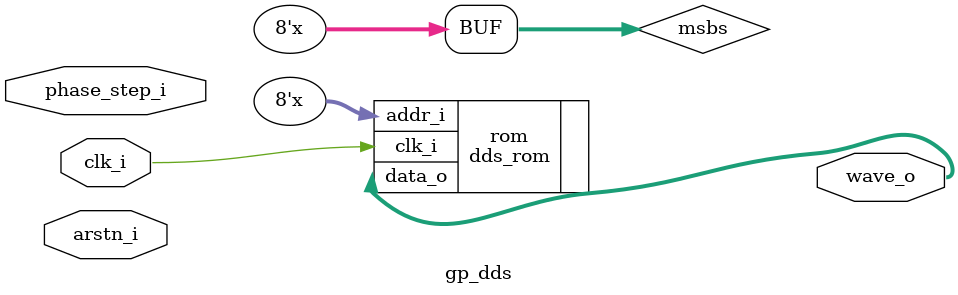
<source format=sv>


module gp_dds #(
    parameter PHASE_WIDTH = 32 ,
    parameter ADDR_WIDTH  =  8 ,
    parameter DATA_WIDTH  =  8 ,
    parameter FILE_HEX    = "sine256x8.hex"
)(
    input  wire                      clk_i        , // System clock
    input  wire                      arstn_i      , // Asynchronous reset
    input  logic [PHASE_WIDTH-1 : 0] phase_step_i , // Accumulator increment
    output logic [ DATA_WIDTH-1 : 0] wave_o         // System sine output
);
// ****************************************************************************
// Wire/reg declarations
// ****************************************************************************
    reg  [PHASE_WIDTH-1 : 0] acc32 ;
    wire [ ADDR_WIDTH-1 : 0] msbs  ;

// *******************************************************************
// Modules
// *******************************************************************
    assign msbs  = acc32[PHASE_WIDTH +: ADDR_WIDTH];

// *******************************************************************
    always_ff @(posedge clk_i or posedge arstn_i)
        if (arstn_i) begin
            acc32 <= {PHASE_WIDTH{1'b0}};
        end else begin
            acc32 <= acc32 + phase_step_i;
        end

// *******************************************************************
// Instantiate the ROM
    dds_rom #(
        .WIDTH    ( DATA_WIDTH    ),
        .DEPTH    ( 1<<ADDR_WIDTH ),
        .FILE_HEX ( FILE_HEX      )
    ) rom (
        .clk_i  ( clk_i  ),
        .addr_i ( msbs   ),
        .data_o ( wave_o )
    );

endmodule
// gp_dds
</source>
